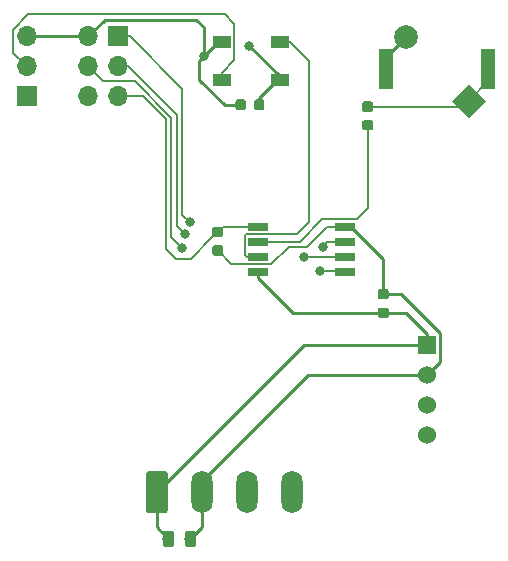
<source format=gtl>
G04 #@! TF.GenerationSoftware,KiCad,Pcbnew,(5.1.2-1)-1*
G04 #@! TF.CreationDate,2019-07-21T21:30:41+01:00*
G04 #@! TF.ProjectId,nfc_reader_module,6e66635f-7265-4616-9465-725f6d6f6475,rev?*
G04 #@! TF.SameCoordinates,Original*
G04 #@! TF.FileFunction,Copper,L1,Top*
G04 #@! TF.FilePolarity,Positive*
%FSLAX46Y46*%
G04 Gerber Fmt 4.6, Leading zero omitted, Abs format (unit mm)*
G04 Created by KiCad (PCBNEW (5.1.2-1)-1) date 2019-07-21 21:30:41*
%MOMM*%
%LPD*%
G04 APERTURE LIST*
%ADD10O,1.800000X3.600000*%
%ADD11C,0.100000*%
%ADD12C,1.800000*%
%ADD13R,1.524000X1.524000*%
%ADD14C,1.524000*%
%ADD15C,2.000000*%
%ADD16C,0.875000*%
%ADD17R,1.700000X0.650000*%
%ADD18R,1.300000X3.400000*%
%ADD19O,1.700000X1.700000*%
%ADD20R,1.700000X1.700000*%
%ADD21R,1.500000X1.000000*%
%ADD22C,0.975000*%
%ADD23C,0.800000*%
%ADD24C,0.250000*%
%ADD25C,0.150000*%
G04 APERTURE END LIST*
D10*
X149460000Y-108480000D03*
X145650000Y-108480000D03*
X141840000Y-108480000D03*
D11*
G36*
X138704504Y-106681204D02*
G01*
X138728773Y-106684804D01*
X138752571Y-106690765D01*
X138775671Y-106699030D01*
X138797849Y-106709520D01*
X138818893Y-106722133D01*
X138838598Y-106736747D01*
X138856777Y-106753223D01*
X138873253Y-106771402D01*
X138887867Y-106791107D01*
X138900480Y-106812151D01*
X138910970Y-106834329D01*
X138919235Y-106857429D01*
X138925196Y-106881227D01*
X138928796Y-106905496D01*
X138930000Y-106930000D01*
X138930000Y-110030000D01*
X138928796Y-110054504D01*
X138925196Y-110078773D01*
X138919235Y-110102571D01*
X138910970Y-110125671D01*
X138900480Y-110147849D01*
X138887867Y-110168893D01*
X138873253Y-110188598D01*
X138856777Y-110206777D01*
X138838598Y-110223253D01*
X138818893Y-110237867D01*
X138797849Y-110250480D01*
X138775671Y-110260970D01*
X138752571Y-110269235D01*
X138728773Y-110275196D01*
X138704504Y-110278796D01*
X138680000Y-110280000D01*
X137380000Y-110280000D01*
X137355496Y-110278796D01*
X137331227Y-110275196D01*
X137307429Y-110269235D01*
X137284329Y-110260970D01*
X137262151Y-110250480D01*
X137241107Y-110237867D01*
X137221402Y-110223253D01*
X137203223Y-110206777D01*
X137186747Y-110188598D01*
X137172133Y-110168893D01*
X137159520Y-110147849D01*
X137149030Y-110125671D01*
X137140765Y-110102571D01*
X137134804Y-110078773D01*
X137131204Y-110054504D01*
X137130000Y-110030000D01*
X137130000Y-106930000D01*
X137131204Y-106905496D01*
X137134804Y-106881227D01*
X137140765Y-106857429D01*
X137149030Y-106834329D01*
X137159520Y-106812151D01*
X137172133Y-106791107D01*
X137186747Y-106771402D01*
X137203223Y-106753223D01*
X137221402Y-106736747D01*
X137241107Y-106722133D01*
X137262151Y-106709520D01*
X137284329Y-106699030D01*
X137307429Y-106690765D01*
X137331227Y-106684804D01*
X137355496Y-106681204D01*
X137380000Y-106680000D01*
X138680000Y-106680000D01*
X138704504Y-106681204D01*
X138704504Y-106681204D01*
G37*
D12*
X138030000Y-108480000D03*
D13*
X160930000Y-96030000D03*
D14*
X160930000Y-98570000D03*
X160930000Y-101110000D03*
X160930000Y-103650000D03*
D15*
X159075988Y-69975988D03*
X164450000Y-75350000D03*
D11*
G36*
X165864214Y-75350000D02*
G01*
X164450000Y-76764214D01*
X163035786Y-75350000D01*
X164450000Y-73935786D01*
X165864214Y-75350000D01*
X165864214Y-75350000D01*
G37*
G36*
X143457691Y-86008553D02*
G01*
X143478926Y-86011703D01*
X143499750Y-86016919D01*
X143519962Y-86024151D01*
X143539368Y-86033330D01*
X143557781Y-86044366D01*
X143575024Y-86057154D01*
X143590930Y-86071570D01*
X143605346Y-86087476D01*
X143618134Y-86104719D01*
X143629170Y-86123132D01*
X143638349Y-86142538D01*
X143645581Y-86162750D01*
X143650797Y-86183574D01*
X143653947Y-86204809D01*
X143655000Y-86226250D01*
X143655000Y-86663750D01*
X143653947Y-86685191D01*
X143650797Y-86706426D01*
X143645581Y-86727250D01*
X143638349Y-86747462D01*
X143629170Y-86766868D01*
X143618134Y-86785281D01*
X143605346Y-86802524D01*
X143590930Y-86818430D01*
X143575024Y-86832846D01*
X143557781Y-86845634D01*
X143539368Y-86856670D01*
X143519962Y-86865849D01*
X143499750Y-86873081D01*
X143478926Y-86878297D01*
X143457691Y-86881447D01*
X143436250Y-86882500D01*
X142923750Y-86882500D01*
X142902309Y-86881447D01*
X142881074Y-86878297D01*
X142860250Y-86873081D01*
X142840038Y-86865849D01*
X142820632Y-86856670D01*
X142802219Y-86845634D01*
X142784976Y-86832846D01*
X142769070Y-86818430D01*
X142754654Y-86802524D01*
X142741866Y-86785281D01*
X142730830Y-86766868D01*
X142721651Y-86747462D01*
X142714419Y-86727250D01*
X142709203Y-86706426D01*
X142706053Y-86685191D01*
X142705000Y-86663750D01*
X142705000Y-86226250D01*
X142706053Y-86204809D01*
X142709203Y-86183574D01*
X142714419Y-86162750D01*
X142721651Y-86142538D01*
X142730830Y-86123132D01*
X142741866Y-86104719D01*
X142754654Y-86087476D01*
X142769070Y-86071570D01*
X142784976Y-86057154D01*
X142802219Y-86044366D01*
X142820632Y-86033330D01*
X142840038Y-86024151D01*
X142860250Y-86016919D01*
X142881074Y-86011703D01*
X142902309Y-86008553D01*
X142923750Y-86007500D01*
X143436250Y-86007500D01*
X143457691Y-86008553D01*
X143457691Y-86008553D01*
G37*
D16*
X143180000Y-86445000D03*
D11*
G36*
X143457691Y-87583553D02*
G01*
X143478926Y-87586703D01*
X143499750Y-87591919D01*
X143519962Y-87599151D01*
X143539368Y-87608330D01*
X143557781Y-87619366D01*
X143575024Y-87632154D01*
X143590930Y-87646570D01*
X143605346Y-87662476D01*
X143618134Y-87679719D01*
X143629170Y-87698132D01*
X143638349Y-87717538D01*
X143645581Y-87737750D01*
X143650797Y-87758574D01*
X143653947Y-87779809D01*
X143655000Y-87801250D01*
X143655000Y-88238750D01*
X143653947Y-88260191D01*
X143650797Y-88281426D01*
X143645581Y-88302250D01*
X143638349Y-88322462D01*
X143629170Y-88341868D01*
X143618134Y-88360281D01*
X143605346Y-88377524D01*
X143590930Y-88393430D01*
X143575024Y-88407846D01*
X143557781Y-88420634D01*
X143539368Y-88431670D01*
X143519962Y-88440849D01*
X143499750Y-88448081D01*
X143478926Y-88453297D01*
X143457691Y-88456447D01*
X143436250Y-88457500D01*
X142923750Y-88457500D01*
X142902309Y-88456447D01*
X142881074Y-88453297D01*
X142860250Y-88448081D01*
X142840038Y-88440849D01*
X142820632Y-88431670D01*
X142802219Y-88420634D01*
X142784976Y-88407846D01*
X142769070Y-88393430D01*
X142754654Y-88377524D01*
X142741866Y-88360281D01*
X142730830Y-88341868D01*
X142721651Y-88322462D01*
X142714419Y-88302250D01*
X142709203Y-88281426D01*
X142706053Y-88260191D01*
X142705000Y-88238750D01*
X142705000Y-87801250D01*
X142706053Y-87779809D01*
X142709203Y-87758574D01*
X142714419Y-87737750D01*
X142721651Y-87717538D01*
X142730830Y-87698132D01*
X142741866Y-87679719D01*
X142754654Y-87662476D01*
X142769070Y-87646570D01*
X142784976Y-87632154D01*
X142802219Y-87619366D01*
X142820632Y-87608330D01*
X142840038Y-87599151D01*
X142860250Y-87591919D01*
X142881074Y-87586703D01*
X142902309Y-87583553D01*
X142923750Y-87582500D01*
X143436250Y-87582500D01*
X143457691Y-87583553D01*
X143457691Y-87583553D01*
G37*
D16*
X143180000Y-88020000D03*
D17*
X153920000Y-85995000D03*
X153920000Y-87265000D03*
X153920000Y-88535000D03*
X153920000Y-89805000D03*
X146620000Y-89805000D03*
X146620000Y-88535000D03*
X146620000Y-87265000D03*
X146620000Y-85995000D03*
D11*
G36*
X156155191Y-76981053D02*
G01*
X156176426Y-76984203D01*
X156197250Y-76989419D01*
X156217462Y-76996651D01*
X156236868Y-77005830D01*
X156255281Y-77016866D01*
X156272524Y-77029654D01*
X156288430Y-77044070D01*
X156302846Y-77059976D01*
X156315634Y-77077219D01*
X156326670Y-77095632D01*
X156335849Y-77115038D01*
X156343081Y-77135250D01*
X156348297Y-77156074D01*
X156351447Y-77177309D01*
X156352500Y-77198750D01*
X156352500Y-77636250D01*
X156351447Y-77657691D01*
X156348297Y-77678926D01*
X156343081Y-77699750D01*
X156335849Y-77719962D01*
X156326670Y-77739368D01*
X156315634Y-77757781D01*
X156302846Y-77775024D01*
X156288430Y-77790930D01*
X156272524Y-77805346D01*
X156255281Y-77818134D01*
X156236868Y-77829170D01*
X156217462Y-77838349D01*
X156197250Y-77845581D01*
X156176426Y-77850797D01*
X156155191Y-77853947D01*
X156133750Y-77855000D01*
X155621250Y-77855000D01*
X155599809Y-77853947D01*
X155578574Y-77850797D01*
X155557750Y-77845581D01*
X155537538Y-77838349D01*
X155518132Y-77829170D01*
X155499719Y-77818134D01*
X155482476Y-77805346D01*
X155466570Y-77790930D01*
X155452154Y-77775024D01*
X155439366Y-77757781D01*
X155428330Y-77739368D01*
X155419151Y-77719962D01*
X155411919Y-77699750D01*
X155406703Y-77678926D01*
X155403553Y-77657691D01*
X155402500Y-77636250D01*
X155402500Y-77198750D01*
X155403553Y-77177309D01*
X155406703Y-77156074D01*
X155411919Y-77135250D01*
X155419151Y-77115038D01*
X155428330Y-77095632D01*
X155439366Y-77077219D01*
X155452154Y-77059976D01*
X155466570Y-77044070D01*
X155482476Y-77029654D01*
X155499719Y-77016866D01*
X155518132Y-77005830D01*
X155537538Y-76996651D01*
X155557750Y-76989419D01*
X155578574Y-76984203D01*
X155599809Y-76981053D01*
X155621250Y-76980000D01*
X156133750Y-76980000D01*
X156155191Y-76981053D01*
X156155191Y-76981053D01*
G37*
D16*
X155877500Y-77417500D03*
D11*
G36*
X156155191Y-75406053D02*
G01*
X156176426Y-75409203D01*
X156197250Y-75414419D01*
X156217462Y-75421651D01*
X156236868Y-75430830D01*
X156255281Y-75441866D01*
X156272524Y-75454654D01*
X156288430Y-75469070D01*
X156302846Y-75484976D01*
X156315634Y-75502219D01*
X156326670Y-75520632D01*
X156335849Y-75540038D01*
X156343081Y-75560250D01*
X156348297Y-75581074D01*
X156351447Y-75602309D01*
X156352500Y-75623750D01*
X156352500Y-76061250D01*
X156351447Y-76082691D01*
X156348297Y-76103926D01*
X156343081Y-76124750D01*
X156335849Y-76144962D01*
X156326670Y-76164368D01*
X156315634Y-76182781D01*
X156302846Y-76200024D01*
X156288430Y-76215930D01*
X156272524Y-76230346D01*
X156255281Y-76243134D01*
X156236868Y-76254170D01*
X156217462Y-76263349D01*
X156197250Y-76270581D01*
X156176426Y-76275797D01*
X156155191Y-76278947D01*
X156133750Y-76280000D01*
X155621250Y-76280000D01*
X155599809Y-76278947D01*
X155578574Y-76275797D01*
X155557750Y-76270581D01*
X155537538Y-76263349D01*
X155518132Y-76254170D01*
X155499719Y-76243134D01*
X155482476Y-76230346D01*
X155466570Y-76215930D01*
X155452154Y-76200024D01*
X155439366Y-76182781D01*
X155428330Y-76164368D01*
X155419151Y-76144962D01*
X155411919Y-76124750D01*
X155406703Y-76103926D01*
X155403553Y-76082691D01*
X155402500Y-76061250D01*
X155402500Y-75623750D01*
X155403553Y-75602309D01*
X155406703Y-75581074D01*
X155411919Y-75560250D01*
X155419151Y-75540038D01*
X155428330Y-75520632D01*
X155439366Y-75502219D01*
X155452154Y-75484976D01*
X155466570Y-75469070D01*
X155482476Y-75454654D01*
X155499719Y-75441866D01*
X155518132Y-75430830D01*
X155537538Y-75421651D01*
X155557750Y-75414419D01*
X155578574Y-75409203D01*
X155599809Y-75406053D01*
X155621250Y-75405000D01*
X156133750Y-75405000D01*
X156155191Y-75406053D01*
X156155191Y-75406053D01*
G37*
D16*
X155877500Y-75842500D03*
D18*
X157390000Y-72680000D03*
X166090000Y-72680000D03*
D19*
X127000000Y-69890000D03*
X127000000Y-72430000D03*
D20*
X127000000Y-74970000D03*
D19*
X132200000Y-74970000D03*
X134740000Y-74970000D03*
X132200000Y-72430000D03*
X134740000Y-72430000D03*
X132200000Y-69890000D03*
D20*
X134740000Y-69890000D03*
D21*
X143510000Y-70410000D03*
X143510000Y-73610000D03*
X148410000Y-70410000D03*
X148410000Y-73610000D03*
D11*
G36*
X145355191Y-75216053D02*
G01*
X145376426Y-75219203D01*
X145397250Y-75224419D01*
X145417462Y-75231651D01*
X145436868Y-75240830D01*
X145455281Y-75251866D01*
X145472524Y-75264654D01*
X145488430Y-75279070D01*
X145502846Y-75294976D01*
X145515634Y-75312219D01*
X145526670Y-75330632D01*
X145535849Y-75350038D01*
X145543081Y-75370250D01*
X145548297Y-75391074D01*
X145551447Y-75412309D01*
X145552500Y-75433750D01*
X145552500Y-75946250D01*
X145551447Y-75967691D01*
X145548297Y-75988926D01*
X145543081Y-76009750D01*
X145535849Y-76029962D01*
X145526670Y-76049368D01*
X145515634Y-76067781D01*
X145502846Y-76085024D01*
X145488430Y-76100930D01*
X145472524Y-76115346D01*
X145455281Y-76128134D01*
X145436868Y-76139170D01*
X145417462Y-76148349D01*
X145397250Y-76155581D01*
X145376426Y-76160797D01*
X145355191Y-76163947D01*
X145333750Y-76165000D01*
X144896250Y-76165000D01*
X144874809Y-76163947D01*
X144853574Y-76160797D01*
X144832750Y-76155581D01*
X144812538Y-76148349D01*
X144793132Y-76139170D01*
X144774719Y-76128134D01*
X144757476Y-76115346D01*
X144741570Y-76100930D01*
X144727154Y-76085024D01*
X144714366Y-76067781D01*
X144703330Y-76049368D01*
X144694151Y-76029962D01*
X144686919Y-76009750D01*
X144681703Y-75988926D01*
X144678553Y-75967691D01*
X144677500Y-75946250D01*
X144677500Y-75433750D01*
X144678553Y-75412309D01*
X144681703Y-75391074D01*
X144686919Y-75370250D01*
X144694151Y-75350038D01*
X144703330Y-75330632D01*
X144714366Y-75312219D01*
X144727154Y-75294976D01*
X144741570Y-75279070D01*
X144757476Y-75264654D01*
X144774719Y-75251866D01*
X144793132Y-75240830D01*
X144812538Y-75231651D01*
X144832750Y-75224419D01*
X144853574Y-75219203D01*
X144874809Y-75216053D01*
X144896250Y-75215000D01*
X145333750Y-75215000D01*
X145355191Y-75216053D01*
X145355191Y-75216053D01*
G37*
D16*
X145115000Y-75690000D03*
D11*
G36*
X146930191Y-75216053D02*
G01*
X146951426Y-75219203D01*
X146972250Y-75224419D01*
X146992462Y-75231651D01*
X147011868Y-75240830D01*
X147030281Y-75251866D01*
X147047524Y-75264654D01*
X147063430Y-75279070D01*
X147077846Y-75294976D01*
X147090634Y-75312219D01*
X147101670Y-75330632D01*
X147110849Y-75350038D01*
X147118081Y-75370250D01*
X147123297Y-75391074D01*
X147126447Y-75412309D01*
X147127500Y-75433750D01*
X147127500Y-75946250D01*
X147126447Y-75967691D01*
X147123297Y-75988926D01*
X147118081Y-76009750D01*
X147110849Y-76029962D01*
X147101670Y-76049368D01*
X147090634Y-76067781D01*
X147077846Y-76085024D01*
X147063430Y-76100930D01*
X147047524Y-76115346D01*
X147030281Y-76128134D01*
X147011868Y-76139170D01*
X146992462Y-76148349D01*
X146972250Y-76155581D01*
X146951426Y-76160797D01*
X146930191Y-76163947D01*
X146908750Y-76165000D01*
X146471250Y-76165000D01*
X146449809Y-76163947D01*
X146428574Y-76160797D01*
X146407750Y-76155581D01*
X146387538Y-76148349D01*
X146368132Y-76139170D01*
X146349719Y-76128134D01*
X146332476Y-76115346D01*
X146316570Y-76100930D01*
X146302154Y-76085024D01*
X146289366Y-76067781D01*
X146278330Y-76049368D01*
X146269151Y-76029962D01*
X146261919Y-76009750D01*
X146256703Y-75988926D01*
X146253553Y-75967691D01*
X146252500Y-75946250D01*
X146252500Y-75433750D01*
X146253553Y-75412309D01*
X146256703Y-75391074D01*
X146261919Y-75370250D01*
X146269151Y-75350038D01*
X146278330Y-75330632D01*
X146289366Y-75312219D01*
X146302154Y-75294976D01*
X146316570Y-75279070D01*
X146332476Y-75264654D01*
X146349719Y-75251866D01*
X146368132Y-75240830D01*
X146387538Y-75231651D01*
X146407750Y-75224419D01*
X146428574Y-75219203D01*
X146449809Y-75216053D01*
X146471250Y-75215000D01*
X146908750Y-75215000D01*
X146930191Y-75216053D01*
X146930191Y-75216053D01*
G37*
D16*
X146690000Y-75690000D03*
D11*
G36*
X157457691Y-91278553D02*
G01*
X157478926Y-91281703D01*
X157499750Y-91286919D01*
X157519962Y-91294151D01*
X157539368Y-91303330D01*
X157557781Y-91314366D01*
X157575024Y-91327154D01*
X157590930Y-91341570D01*
X157605346Y-91357476D01*
X157618134Y-91374719D01*
X157629170Y-91393132D01*
X157638349Y-91412538D01*
X157645581Y-91432750D01*
X157650797Y-91453574D01*
X157653947Y-91474809D01*
X157655000Y-91496250D01*
X157655000Y-91933750D01*
X157653947Y-91955191D01*
X157650797Y-91976426D01*
X157645581Y-91997250D01*
X157638349Y-92017462D01*
X157629170Y-92036868D01*
X157618134Y-92055281D01*
X157605346Y-92072524D01*
X157590930Y-92088430D01*
X157575024Y-92102846D01*
X157557781Y-92115634D01*
X157539368Y-92126670D01*
X157519962Y-92135849D01*
X157499750Y-92143081D01*
X157478926Y-92148297D01*
X157457691Y-92151447D01*
X157436250Y-92152500D01*
X156923750Y-92152500D01*
X156902309Y-92151447D01*
X156881074Y-92148297D01*
X156860250Y-92143081D01*
X156840038Y-92135849D01*
X156820632Y-92126670D01*
X156802219Y-92115634D01*
X156784976Y-92102846D01*
X156769070Y-92088430D01*
X156754654Y-92072524D01*
X156741866Y-92055281D01*
X156730830Y-92036868D01*
X156721651Y-92017462D01*
X156714419Y-91997250D01*
X156709203Y-91976426D01*
X156706053Y-91955191D01*
X156705000Y-91933750D01*
X156705000Y-91496250D01*
X156706053Y-91474809D01*
X156709203Y-91453574D01*
X156714419Y-91432750D01*
X156721651Y-91412538D01*
X156730830Y-91393132D01*
X156741866Y-91374719D01*
X156754654Y-91357476D01*
X156769070Y-91341570D01*
X156784976Y-91327154D01*
X156802219Y-91314366D01*
X156820632Y-91303330D01*
X156840038Y-91294151D01*
X156860250Y-91286919D01*
X156881074Y-91281703D01*
X156902309Y-91278553D01*
X156923750Y-91277500D01*
X157436250Y-91277500D01*
X157457691Y-91278553D01*
X157457691Y-91278553D01*
G37*
D16*
X157180000Y-91715000D03*
D11*
G36*
X157457691Y-92853553D02*
G01*
X157478926Y-92856703D01*
X157499750Y-92861919D01*
X157519962Y-92869151D01*
X157539368Y-92878330D01*
X157557781Y-92889366D01*
X157575024Y-92902154D01*
X157590930Y-92916570D01*
X157605346Y-92932476D01*
X157618134Y-92949719D01*
X157629170Y-92968132D01*
X157638349Y-92987538D01*
X157645581Y-93007750D01*
X157650797Y-93028574D01*
X157653947Y-93049809D01*
X157655000Y-93071250D01*
X157655000Y-93508750D01*
X157653947Y-93530191D01*
X157650797Y-93551426D01*
X157645581Y-93572250D01*
X157638349Y-93592462D01*
X157629170Y-93611868D01*
X157618134Y-93630281D01*
X157605346Y-93647524D01*
X157590930Y-93663430D01*
X157575024Y-93677846D01*
X157557781Y-93690634D01*
X157539368Y-93701670D01*
X157519962Y-93710849D01*
X157499750Y-93718081D01*
X157478926Y-93723297D01*
X157457691Y-93726447D01*
X157436250Y-93727500D01*
X156923750Y-93727500D01*
X156902309Y-93726447D01*
X156881074Y-93723297D01*
X156860250Y-93718081D01*
X156840038Y-93710849D01*
X156820632Y-93701670D01*
X156802219Y-93690634D01*
X156784976Y-93677846D01*
X156769070Y-93663430D01*
X156754654Y-93647524D01*
X156741866Y-93630281D01*
X156730830Y-93611868D01*
X156721651Y-93592462D01*
X156714419Y-93572250D01*
X156709203Y-93551426D01*
X156706053Y-93530191D01*
X156705000Y-93508750D01*
X156705000Y-93071250D01*
X156706053Y-93049809D01*
X156709203Y-93028574D01*
X156714419Y-93007750D01*
X156721651Y-92987538D01*
X156730830Y-92968132D01*
X156741866Y-92949719D01*
X156754654Y-92932476D01*
X156769070Y-92916570D01*
X156784976Y-92902154D01*
X156802219Y-92889366D01*
X156820632Y-92878330D01*
X156840038Y-92869151D01*
X156860250Y-92861919D01*
X156881074Y-92856703D01*
X156902309Y-92853553D01*
X156923750Y-92852500D01*
X157436250Y-92852500D01*
X157457691Y-92853553D01*
X157457691Y-92853553D01*
G37*
D16*
X157180000Y-93290000D03*
D11*
G36*
X139260142Y-111731174D02*
G01*
X139283803Y-111734684D01*
X139307007Y-111740496D01*
X139329529Y-111748554D01*
X139351153Y-111758782D01*
X139371670Y-111771079D01*
X139390883Y-111785329D01*
X139408607Y-111801393D01*
X139424671Y-111819117D01*
X139438921Y-111838330D01*
X139451218Y-111858847D01*
X139461446Y-111880471D01*
X139469504Y-111902993D01*
X139475316Y-111926197D01*
X139478826Y-111949858D01*
X139480000Y-111973750D01*
X139480000Y-112886250D01*
X139478826Y-112910142D01*
X139475316Y-112933803D01*
X139469504Y-112957007D01*
X139461446Y-112979529D01*
X139451218Y-113001153D01*
X139438921Y-113021670D01*
X139424671Y-113040883D01*
X139408607Y-113058607D01*
X139390883Y-113074671D01*
X139371670Y-113088921D01*
X139351153Y-113101218D01*
X139329529Y-113111446D01*
X139307007Y-113119504D01*
X139283803Y-113125316D01*
X139260142Y-113128826D01*
X139236250Y-113130000D01*
X138748750Y-113130000D01*
X138724858Y-113128826D01*
X138701197Y-113125316D01*
X138677993Y-113119504D01*
X138655471Y-113111446D01*
X138633847Y-113101218D01*
X138613330Y-113088921D01*
X138594117Y-113074671D01*
X138576393Y-113058607D01*
X138560329Y-113040883D01*
X138546079Y-113021670D01*
X138533782Y-113001153D01*
X138523554Y-112979529D01*
X138515496Y-112957007D01*
X138509684Y-112933803D01*
X138506174Y-112910142D01*
X138505000Y-112886250D01*
X138505000Y-111973750D01*
X138506174Y-111949858D01*
X138509684Y-111926197D01*
X138515496Y-111902993D01*
X138523554Y-111880471D01*
X138533782Y-111858847D01*
X138546079Y-111838330D01*
X138560329Y-111819117D01*
X138576393Y-111801393D01*
X138594117Y-111785329D01*
X138613330Y-111771079D01*
X138633847Y-111758782D01*
X138655471Y-111748554D01*
X138677993Y-111740496D01*
X138701197Y-111734684D01*
X138724858Y-111731174D01*
X138748750Y-111730000D01*
X139236250Y-111730000D01*
X139260142Y-111731174D01*
X139260142Y-111731174D01*
G37*
D22*
X138992500Y-112430000D03*
D11*
G36*
X141135142Y-111731174D02*
G01*
X141158803Y-111734684D01*
X141182007Y-111740496D01*
X141204529Y-111748554D01*
X141226153Y-111758782D01*
X141246670Y-111771079D01*
X141265883Y-111785329D01*
X141283607Y-111801393D01*
X141299671Y-111819117D01*
X141313921Y-111838330D01*
X141326218Y-111858847D01*
X141336446Y-111880471D01*
X141344504Y-111902993D01*
X141350316Y-111926197D01*
X141353826Y-111949858D01*
X141355000Y-111973750D01*
X141355000Y-112886250D01*
X141353826Y-112910142D01*
X141350316Y-112933803D01*
X141344504Y-112957007D01*
X141336446Y-112979529D01*
X141326218Y-113001153D01*
X141313921Y-113021670D01*
X141299671Y-113040883D01*
X141283607Y-113058607D01*
X141265883Y-113074671D01*
X141246670Y-113088921D01*
X141226153Y-113101218D01*
X141204529Y-113111446D01*
X141182007Y-113119504D01*
X141158803Y-113125316D01*
X141135142Y-113128826D01*
X141111250Y-113130000D01*
X140623750Y-113130000D01*
X140599858Y-113128826D01*
X140576197Y-113125316D01*
X140552993Y-113119504D01*
X140530471Y-113111446D01*
X140508847Y-113101218D01*
X140488330Y-113088921D01*
X140469117Y-113074671D01*
X140451393Y-113058607D01*
X140435329Y-113040883D01*
X140421079Y-113021670D01*
X140408782Y-113001153D01*
X140398554Y-112979529D01*
X140390496Y-112957007D01*
X140384684Y-112933803D01*
X140381174Y-112910142D01*
X140380000Y-112886250D01*
X140380000Y-111973750D01*
X140381174Y-111949858D01*
X140384684Y-111926197D01*
X140390496Y-111902993D01*
X140398554Y-111880471D01*
X140408782Y-111858847D01*
X140421079Y-111838330D01*
X140435329Y-111819117D01*
X140451393Y-111801393D01*
X140469117Y-111785329D01*
X140488330Y-111771079D01*
X140508847Y-111758782D01*
X140530471Y-111748554D01*
X140552993Y-111740496D01*
X140576197Y-111734684D01*
X140599858Y-111731174D01*
X140623750Y-111730000D01*
X141111250Y-111730000D01*
X141135142Y-111731174D01*
X141135142Y-111731174D01*
G37*
D22*
X140867500Y-112430000D03*
D23*
X145830000Y-70680000D03*
X142030000Y-71545010D03*
X140190000Y-87830000D03*
X151860000Y-89800000D03*
X140390000Y-86660000D03*
X152059800Y-87699800D03*
X140800000Y-85650000D03*
X150470000Y-88539998D03*
D24*
X145980000Y-70680000D02*
X145830000Y-70680000D01*
X157390000Y-71661976D02*
X157390000Y-72680000D01*
X159075988Y-69975988D02*
X157390000Y-71661976D01*
X156605000Y-93290000D02*
X157180000Y-93290000D01*
X146620000Y-89805000D02*
X146620000Y-90380000D01*
X146620000Y-90380000D02*
X149530000Y-93290000D01*
X149530000Y-93290000D02*
X156605000Y-93290000D01*
X159102000Y-93290000D02*
X160930000Y-95118000D01*
X160930000Y-95118000D02*
X160930000Y-96030000D01*
X157180000Y-93290000D02*
X159102000Y-93290000D01*
X138030000Y-111467500D02*
X138992500Y-112430000D01*
X138030000Y-108480000D02*
X138030000Y-111467500D01*
X150480000Y-96030000D02*
X160930000Y-96030000D01*
X138030000Y-108480000D02*
X150480000Y-96030000D01*
X148410000Y-73260000D02*
X148410000Y-73610000D01*
X145830000Y-70680000D02*
X148410000Y-73260000D01*
X146690000Y-75115000D02*
X146690000Y-75690000D01*
X146690000Y-75080000D02*
X146690000Y-75115000D01*
X148160000Y-73610000D02*
X146690000Y-75080000D01*
X148410000Y-73610000D02*
X148160000Y-73610000D01*
X127000000Y-69890000D02*
X132200000Y-69890000D01*
X133620000Y-68470000D02*
X132200000Y-69890000D01*
X141370000Y-68470000D02*
X133620000Y-68470000D01*
X142030000Y-69130000D02*
X141370000Y-68470000D01*
X142030000Y-71070000D02*
X142030000Y-69130000D01*
X142030000Y-71070000D02*
X142030000Y-71545010D01*
X157180000Y-88730000D02*
X157180000Y-91177500D01*
X157180000Y-91177500D02*
X157180000Y-91715000D01*
X154445000Y-85995000D02*
X157180000Y-88730000D01*
X153920000Y-85995000D02*
X154445000Y-85995000D01*
X161691999Y-97808001D02*
X160930000Y-98570000D01*
X158724002Y-91715000D02*
X162017001Y-95007999D01*
X162017001Y-97482999D02*
X161691999Y-97808001D01*
X162017001Y-95007999D02*
X162017001Y-97482999D01*
X157180000Y-91715000D02*
X158724002Y-91715000D01*
D25*
X152405000Y-85995000D02*
X153920000Y-85995000D01*
X150710000Y-87690000D02*
X152405000Y-85995000D01*
X149170000Y-87690000D02*
X150710000Y-87690000D01*
X144340000Y-89180000D02*
X147680000Y-89180000D01*
X147680000Y-89180000D02*
X149170000Y-87690000D01*
X143180000Y-88020000D02*
X144340000Y-89180000D01*
D24*
X141840000Y-111457500D02*
X140867500Y-112430000D01*
X141840000Y-108480000D02*
X141840000Y-111457500D01*
X159852370Y-98570000D02*
X160930000Y-98570000D01*
X150850000Y-98570000D02*
X159852370Y-98570000D01*
X141840000Y-107580000D02*
X150850000Y-98570000D01*
X141840000Y-108480000D02*
X141840000Y-107580000D01*
X141630001Y-71945009D02*
X141630001Y-73565003D01*
X144577500Y-75690000D02*
X145115000Y-75690000D01*
X143754998Y-75690000D02*
X144577500Y-75690000D01*
X141630001Y-73565003D02*
X143754998Y-75690000D01*
X142030000Y-71545010D02*
X141630001Y-71945009D01*
X143165010Y-70410000D02*
X142030000Y-71545010D01*
X143510000Y-70410000D02*
X143165010Y-70410000D01*
D25*
X125840000Y-69330000D02*
X127140000Y-68030000D01*
X125840000Y-71270000D02*
X125840000Y-69330000D01*
X127000000Y-72430000D02*
X125840000Y-71270000D01*
X143510000Y-72960000D02*
X143510000Y-73610000D01*
X144535001Y-68805001D02*
X144535001Y-71934999D01*
X144535001Y-71934999D02*
X143510000Y-72960000D01*
X143760000Y-68030000D02*
X144535001Y-68805001D01*
X127140000Y-68030000D02*
X143760000Y-68030000D01*
X145620000Y-88535000D02*
X145450000Y-88365000D01*
X145584998Y-86630000D02*
X149910000Y-86630000D01*
X149910000Y-86630000D02*
X150890000Y-85650000D01*
X145450000Y-86764998D02*
X145584998Y-86630000D01*
X145450000Y-88365000D02*
X145450000Y-86764998D01*
X146620000Y-88535000D02*
X145620000Y-88535000D01*
X150890000Y-71990000D02*
X150890000Y-85650000D01*
X149310000Y-70410000D02*
X150890000Y-71990000D01*
X148410000Y-70410000D02*
X149310000Y-70410000D01*
X143630000Y-85995000D02*
X143180000Y-86445000D01*
X146620000Y-85995000D02*
X143630000Y-85995000D01*
X142718388Y-86906612D02*
X143180000Y-86445000D01*
X139640000Y-88710000D02*
X140915000Y-88710000D01*
X138810000Y-87880000D02*
X139640000Y-88710000D01*
X134740000Y-74970000D02*
X136870000Y-74970000D01*
X138810000Y-76910000D02*
X138810000Y-87880000D01*
X140915000Y-88710000D02*
X142718388Y-86906612D01*
X136870000Y-74970000D02*
X138810000Y-76910000D01*
X139259990Y-76779990D02*
X139259990Y-86519990D01*
X136180000Y-73700000D02*
X139259990Y-76779990D01*
X133470000Y-73700000D02*
X136180000Y-73700000D01*
X132200000Y-72430000D02*
X133470000Y-73700000D01*
X139259990Y-86899990D02*
X140190000Y-87830000D01*
X139259990Y-86519990D02*
X139259990Y-86899990D01*
X153915000Y-89800000D02*
X153920000Y-89805000D01*
X151860000Y-89800000D02*
X153915000Y-89800000D01*
X134740000Y-72430000D02*
X135550000Y-72430000D01*
X139700000Y-76580000D02*
X139700000Y-85060000D01*
X135550000Y-72430000D02*
X139700000Y-76580000D01*
X139700000Y-85970000D02*
X140390000Y-86660000D01*
X139700000Y-85060000D02*
X139700000Y-85970000D01*
X152494600Y-87265000D02*
X152459799Y-87299801D01*
X152459799Y-87299801D02*
X152059800Y-87699800D01*
X153920000Y-87265000D02*
X152494600Y-87265000D01*
X140160000Y-74310000D02*
X140160000Y-85000000D01*
X135740000Y-69890000D02*
X140160000Y-74310000D01*
X134740000Y-69890000D02*
X135740000Y-69890000D01*
X140160000Y-85010000D02*
X140800000Y-85650000D01*
X140160000Y-85000000D02*
X140160000Y-85010000D01*
X153920000Y-88535000D02*
X150474998Y-88535000D01*
X150474998Y-88535000D02*
X150470000Y-88539998D01*
X166090000Y-73710000D02*
X166090000Y-72680000D01*
X164450000Y-75350000D02*
X166090000Y-73710000D01*
X163957500Y-75842500D02*
X164450000Y-75350000D01*
X155877500Y-75842500D02*
X163957500Y-75842500D01*
X154925001Y-85394999D02*
X155877500Y-84442500D01*
X155877500Y-84442500D02*
X155877500Y-77417500D01*
X150165000Y-87265000D02*
X152035001Y-85394999D01*
X152035001Y-85394999D02*
X154925001Y-85394999D01*
X146620000Y-87265000D02*
X150165000Y-87265000D01*
M02*

</source>
